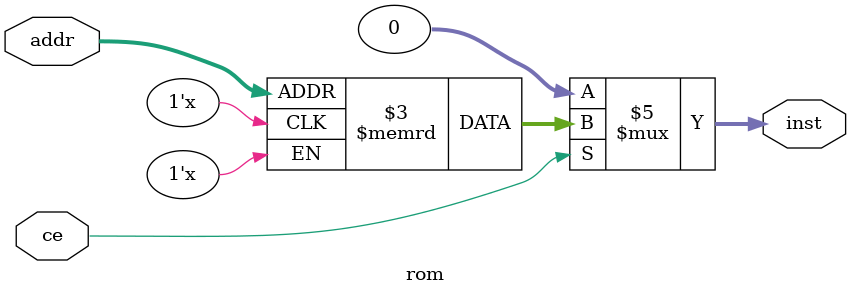
<source format=v>
`timescale 1ns / 1ps

module rom(
input wire ce,
input wire[5:0] addr,
output reg[31:0] inst
    );
    reg[31:0] rom[63:0];
    always @ (*) begin
    if (ce == 1'b0) begin
        inst <= 32'h0;
    end 
    else begin
        inst <= rom[addr];
    end
end
endmodule

</source>
